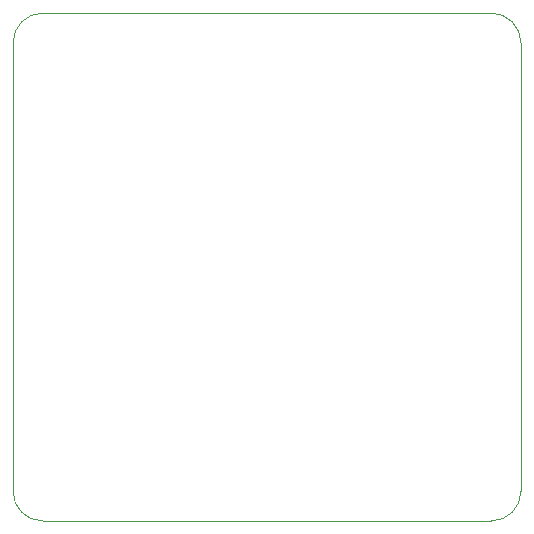
<source format=gbr>
%TF.GenerationSoftware,KiCad,Pcbnew,8.0.6-8.0.6-0~ubuntu24.04.1*%
%TF.CreationDate,2024-10-22T17:04:15-04:00*%
%TF.ProjectId,ta-expt-v2,74612d65-7870-4742-9d76-322e6b696361,rev?*%
%TF.SameCoordinates,Original*%
%TF.FileFunction,Profile,NP*%
%FSLAX46Y46*%
G04 Gerber Fmt 4.6, Leading zero omitted, Abs format (unit mm)*
G04 Created by KiCad (PCBNEW 8.0.6-8.0.6-0~ubuntu24.04.1) date 2024-10-22 17:04:15*
%MOMM*%
%LPD*%
G01*
G04 APERTURE LIST*
%TA.AperFunction,Profile*%
%ADD10C,0.050000*%
%TD*%
G04 APERTURE END LIST*
D10*
X173960000Y-86500001D02*
G75*
G02*
X176499999Y-89040000I40000J-2499999D01*
G01*
X176500000Y-89040000D02*
X176500000Y-126960000D01*
X133500000Y-126960000D02*
X133500000Y-89040000D01*
X176499999Y-126960000D02*
G75*
G02*
X173960000Y-129499999I-2499999J-40000D01*
G01*
X136040000Y-129499999D02*
G75*
G02*
X133500001Y-126960000I-40000J2499999D01*
G01*
X136040000Y-86500000D02*
X173960000Y-86500000D01*
X173960000Y-129500000D02*
X136040000Y-129500000D01*
X133500001Y-89040000D02*
G75*
G02*
X136040000Y-86500001I2499999J40000D01*
G01*
M02*

</source>
